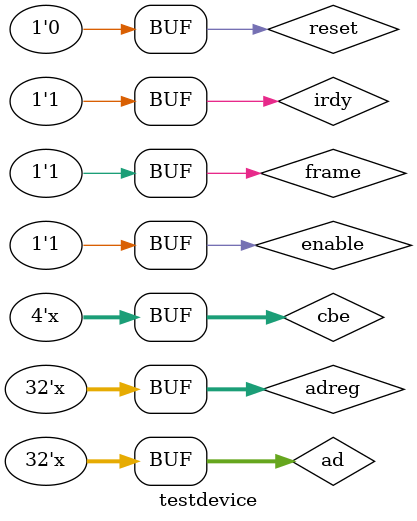
<source format=v>
module testdevice();

reg [3:0] cbe;
reg frame;
reg irdy;
reg enable; //check if read or write
//bidircs
wire [31:0] ad;
reg [31:0] adreg;
wire devsel;
wire trdy;
reg reset;

assign ad=(enable)? adreg:32'bz;
///////write and read for trady =1
initial
begin
frame=1;
irdy=1;
reset=1;
//WRITE OPERATION
#10
reset=0;
frame=0;
irdy=1;
cbe=4'b0111;
adreg=32'h00000000;
enable=1;
#10
irdy=0;
frame=0;
enable=1;
//byte enable
cbe=4'b1010;
//data
adreg=32'h00000191;
#10
cbe=4'b1001;
//data
adreg=32'h00005555;
#10
cbe=4'b1001;
//data
adreg=32'h00005565;
#10
cbe=4'b1000;
//data
adreg=32'h00000100;
#10
#10
reset = 0;
cbe=4'b1011;
//data
adreg=32'h00004444;
#10
cbe=4'b1110;
//data
adreg=32'h00005566;
frame=1;
#10
irdy=1;
cbe=4'bzzzz;
enable=1;
adreg=32'hzzzzzzzz;
reset=1;

#10
//READ OPEARATION
reset=0;
frame=0;
irdy=1;
cbe=4'b0110;
adreg=32'h00000000;
enable=1;
#10
irdy=0;
enable=1;
adreg=32'hzzzzzzzz;
#10
frame=0;
enable=0;
adreg=ad;
#10
irdy=0;
#10
irdy=0;
#10
irdy=0;
#10
irdy=0;
#10
frame=1;
#10
irdy=1;
cbe=4'bzzzz;
enable=1;
adreg=32'hzzzzzzzz;

end

/////////write and read 3 data only
initial
begin
frame=1;
irdy=1;
reset=1;
//WRITE OPERATION
#10
reset=0;
frame=0;
irdy=1;
cbe=4'b0111;
adreg=32'h00000000;
enable=1;
#10
irdy=0;
frame=0;
enable=1;
//byte enable
cbe=4'b1010;
//data
adreg=32'h00000191;
#10
cbe=4'b1001;
//data
adreg=32'h00005555;
#10
cbe=4'b1001;
//data
adreg=32'h00005565;
frame=1;
#10
irdy=1;
cbe=4'bzzzz;
enable=1;
adreg=32'hzzzzzzzz;
reset=1;

#10
//READ OPEARATION
reset=0;
frame=0;
irdy=1;
cbe=4'b0110;
adreg=32'h00000000;
enable=1;
#10
irdy=0;
enable=1;
adreg=32'hzzzzzzzz;
#10
frame=0;
enable=0;
adreg=ad;
#10
irdy=0;
#10
frame=1;
#10
irdy=1;
cbe=4'bzzzz;
enable=1;
adreg=32'hzzzzzzzz;

end

//////write oRR read 3 data only
initial
begin
frame=1;
irdy=1;
reset=1;
//WRITE OPERATION
#10
reset=0;
frame=0;
irdy=1;
cbe=4'b0111;
adreg=32'h00000000;
enable=1;
#10
irdy=0;
frame=0;
enable=1;
//byte enable
cbe=4'b1010;
//data
adreg=32'h00000191;
#10
cbe=4'b1001;
//data
adreg=32'h00005555;
#10
cbe=4'b1001;
//data
adreg=32'h00005565;
frame=1;
#10
irdy=1;
cbe=4'bzzzz;
enable=1;
adreg=32'hzzzzzzzz;
reset=1;

#10
//READ OPEARATION
reset=0;
frame=0;
irdy=1;
cbe=4'b0110;
adreg=32'h00000000;
enable=1;
#10
irdy=0;
enable=1;
adreg=32'hzzzzzzzz;
#10
frame=0;
enable=0;
adreg=ad;
#10
irdy=0;
#10
frame=1;
#10
irdy=1;
cbe=4'bzzzz;
enable=1;
adreg=32'hzzzzzzzz;

end

////Read when Irady =1
initial
begin
frame=1;
irdy=1;
reset=1;
#10
//READ OPEARATION
reset=0;
frame=0;
irdy=1;
cbe=4'b0110;
adreg=32'h00000000;
enable=1;
#10
irdy=0;
enable=1;
adreg=32'hzzzzzzzz;
#10
frame=0;
enable=0;
adreg=ad;
#10
irdy=0;
#10
irdy=1;
#10
irdy=0;
frame=1;
#10
irdy=1;
cbe=4'bzzzz;
enable=1;
adreg=32'hzzzzzzzz;
 end

ClockGen clock (CLK);
PCI_DEVICE D(CLK,reset,frame,ad,cbe,enable,irdy,trdy,devsel);

endmodule
</source>
